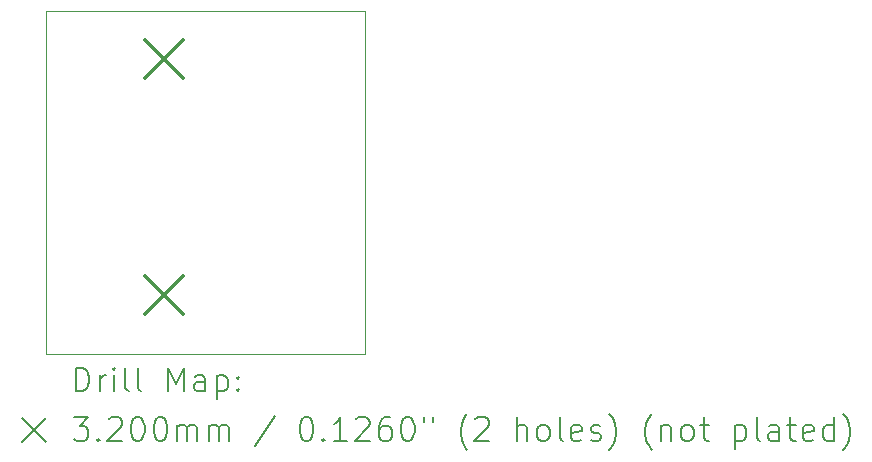
<source format=gbr>
%FSLAX45Y45*%
G04 Gerber Fmt 4.5, Leading zero omitted, Abs format (unit mm)*
G04 Created by KiCad (PCBNEW 6.0.2+dfsg-1) date 2022-11-27 01:25:38*
%MOMM*%
%LPD*%
G01*
G04 APERTURE LIST*
%TA.AperFunction,Profile*%
%ADD10C,0.100000*%
%TD*%
%ADD11C,0.200000*%
%ADD12C,0.320000*%
G04 APERTURE END LIST*
D10*
X13200000Y-6400000D02*
X15900000Y-6400000D01*
X15900000Y-6400000D02*
X15900000Y-9300000D01*
X15900000Y-9300000D02*
X13200000Y-9300000D01*
X13200000Y-9300000D02*
X13200000Y-6400000D01*
D11*
D12*
X14040000Y-6640000D02*
X14360000Y-6960000D01*
X14360000Y-6640000D02*
X14040000Y-6960000D01*
X14040000Y-8640000D02*
X14360000Y-8960000D01*
X14360000Y-8640000D02*
X14040000Y-8960000D01*
D11*
X13452619Y-9615476D02*
X13452619Y-9415476D01*
X13500238Y-9415476D01*
X13528809Y-9425000D01*
X13547857Y-9444048D01*
X13557381Y-9463095D01*
X13566905Y-9501190D01*
X13566905Y-9529762D01*
X13557381Y-9567857D01*
X13547857Y-9586905D01*
X13528809Y-9605952D01*
X13500238Y-9615476D01*
X13452619Y-9615476D01*
X13652619Y-9615476D02*
X13652619Y-9482143D01*
X13652619Y-9520238D02*
X13662143Y-9501190D01*
X13671667Y-9491667D01*
X13690714Y-9482143D01*
X13709762Y-9482143D01*
X13776428Y-9615476D02*
X13776428Y-9482143D01*
X13776428Y-9415476D02*
X13766905Y-9425000D01*
X13776428Y-9434524D01*
X13785952Y-9425000D01*
X13776428Y-9415476D01*
X13776428Y-9434524D01*
X13900238Y-9615476D02*
X13881190Y-9605952D01*
X13871667Y-9586905D01*
X13871667Y-9415476D01*
X14005000Y-9615476D02*
X13985952Y-9605952D01*
X13976428Y-9586905D01*
X13976428Y-9415476D01*
X14233571Y-9615476D02*
X14233571Y-9415476D01*
X14300238Y-9558333D01*
X14366905Y-9415476D01*
X14366905Y-9615476D01*
X14547857Y-9615476D02*
X14547857Y-9510714D01*
X14538333Y-9491667D01*
X14519286Y-9482143D01*
X14481190Y-9482143D01*
X14462143Y-9491667D01*
X14547857Y-9605952D02*
X14528809Y-9615476D01*
X14481190Y-9615476D01*
X14462143Y-9605952D01*
X14452619Y-9586905D01*
X14452619Y-9567857D01*
X14462143Y-9548810D01*
X14481190Y-9539286D01*
X14528809Y-9539286D01*
X14547857Y-9529762D01*
X14643095Y-9482143D02*
X14643095Y-9682143D01*
X14643095Y-9491667D02*
X14662143Y-9482143D01*
X14700238Y-9482143D01*
X14719286Y-9491667D01*
X14728809Y-9501190D01*
X14738333Y-9520238D01*
X14738333Y-9577381D01*
X14728809Y-9596429D01*
X14719286Y-9605952D01*
X14700238Y-9615476D01*
X14662143Y-9615476D01*
X14643095Y-9605952D01*
X14824048Y-9596429D02*
X14833571Y-9605952D01*
X14824048Y-9615476D01*
X14814524Y-9605952D01*
X14824048Y-9596429D01*
X14824048Y-9615476D01*
X14824048Y-9491667D02*
X14833571Y-9501190D01*
X14824048Y-9510714D01*
X14814524Y-9501190D01*
X14824048Y-9491667D01*
X14824048Y-9510714D01*
X12995000Y-9845000D02*
X13195000Y-10045000D01*
X13195000Y-9845000D02*
X12995000Y-10045000D01*
X13433571Y-9835476D02*
X13557381Y-9835476D01*
X13490714Y-9911667D01*
X13519286Y-9911667D01*
X13538333Y-9921190D01*
X13547857Y-9930714D01*
X13557381Y-9949762D01*
X13557381Y-9997381D01*
X13547857Y-10016429D01*
X13538333Y-10025952D01*
X13519286Y-10035476D01*
X13462143Y-10035476D01*
X13443095Y-10025952D01*
X13433571Y-10016429D01*
X13643095Y-10016429D02*
X13652619Y-10025952D01*
X13643095Y-10035476D01*
X13633571Y-10025952D01*
X13643095Y-10016429D01*
X13643095Y-10035476D01*
X13728809Y-9854524D02*
X13738333Y-9845000D01*
X13757381Y-9835476D01*
X13805000Y-9835476D01*
X13824048Y-9845000D01*
X13833571Y-9854524D01*
X13843095Y-9873571D01*
X13843095Y-9892619D01*
X13833571Y-9921190D01*
X13719286Y-10035476D01*
X13843095Y-10035476D01*
X13966905Y-9835476D02*
X13985952Y-9835476D01*
X14005000Y-9845000D01*
X14014524Y-9854524D01*
X14024048Y-9873571D01*
X14033571Y-9911667D01*
X14033571Y-9959286D01*
X14024048Y-9997381D01*
X14014524Y-10016429D01*
X14005000Y-10025952D01*
X13985952Y-10035476D01*
X13966905Y-10035476D01*
X13947857Y-10025952D01*
X13938333Y-10016429D01*
X13928809Y-9997381D01*
X13919286Y-9959286D01*
X13919286Y-9911667D01*
X13928809Y-9873571D01*
X13938333Y-9854524D01*
X13947857Y-9845000D01*
X13966905Y-9835476D01*
X14157381Y-9835476D02*
X14176428Y-9835476D01*
X14195476Y-9845000D01*
X14205000Y-9854524D01*
X14214524Y-9873571D01*
X14224048Y-9911667D01*
X14224048Y-9959286D01*
X14214524Y-9997381D01*
X14205000Y-10016429D01*
X14195476Y-10025952D01*
X14176428Y-10035476D01*
X14157381Y-10035476D01*
X14138333Y-10025952D01*
X14128809Y-10016429D01*
X14119286Y-9997381D01*
X14109762Y-9959286D01*
X14109762Y-9911667D01*
X14119286Y-9873571D01*
X14128809Y-9854524D01*
X14138333Y-9845000D01*
X14157381Y-9835476D01*
X14309762Y-10035476D02*
X14309762Y-9902143D01*
X14309762Y-9921190D02*
X14319286Y-9911667D01*
X14338333Y-9902143D01*
X14366905Y-9902143D01*
X14385952Y-9911667D01*
X14395476Y-9930714D01*
X14395476Y-10035476D01*
X14395476Y-9930714D02*
X14405000Y-9911667D01*
X14424048Y-9902143D01*
X14452619Y-9902143D01*
X14471667Y-9911667D01*
X14481190Y-9930714D01*
X14481190Y-10035476D01*
X14576428Y-10035476D02*
X14576428Y-9902143D01*
X14576428Y-9921190D02*
X14585952Y-9911667D01*
X14605000Y-9902143D01*
X14633571Y-9902143D01*
X14652619Y-9911667D01*
X14662143Y-9930714D01*
X14662143Y-10035476D01*
X14662143Y-9930714D02*
X14671667Y-9911667D01*
X14690714Y-9902143D01*
X14719286Y-9902143D01*
X14738333Y-9911667D01*
X14747857Y-9930714D01*
X14747857Y-10035476D01*
X15138333Y-9825952D02*
X14966905Y-10083095D01*
X15395476Y-9835476D02*
X15414524Y-9835476D01*
X15433571Y-9845000D01*
X15443095Y-9854524D01*
X15452619Y-9873571D01*
X15462143Y-9911667D01*
X15462143Y-9959286D01*
X15452619Y-9997381D01*
X15443095Y-10016429D01*
X15433571Y-10025952D01*
X15414524Y-10035476D01*
X15395476Y-10035476D01*
X15376428Y-10025952D01*
X15366905Y-10016429D01*
X15357381Y-9997381D01*
X15347857Y-9959286D01*
X15347857Y-9911667D01*
X15357381Y-9873571D01*
X15366905Y-9854524D01*
X15376428Y-9845000D01*
X15395476Y-9835476D01*
X15547857Y-10016429D02*
X15557381Y-10025952D01*
X15547857Y-10035476D01*
X15538333Y-10025952D01*
X15547857Y-10016429D01*
X15547857Y-10035476D01*
X15747857Y-10035476D02*
X15633571Y-10035476D01*
X15690714Y-10035476D02*
X15690714Y-9835476D01*
X15671667Y-9864048D01*
X15652619Y-9883095D01*
X15633571Y-9892619D01*
X15824048Y-9854524D02*
X15833571Y-9845000D01*
X15852619Y-9835476D01*
X15900238Y-9835476D01*
X15919286Y-9845000D01*
X15928809Y-9854524D01*
X15938333Y-9873571D01*
X15938333Y-9892619D01*
X15928809Y-9921190D01*
X15814524Y-10035476D01*
X15938333Y-10035476D01*
X16109762Y-9835476D02*
X16071667Y-9835476D01*
X16052619Y-9845000D01*
X16043095Y-9854524D01*
X16024048Y-9883095D01*
X16014524Y-9921190D01*
X16014524Y-9997381D01*
X16024048Y-10016429D01*
X16033571Y-10025952D01*
X16052619Y-10035476D01*
X16090714Y-10035476D01*
X16109762Y-10025952D01*
X16119286Y-10016429D01*
X16128809Y-9997381D01*
X16128809Y-9949762D01*
X16119286Y-9930714D01*
X16109762Y-9921190D01*
X16090714Y-9911667D01*
X16052619Y-9911667D01*
X16033571Y-9921190D01*
X16024048Y-9930714D01*
X16014524Y-9949762D01*
X16252619Y-9835476D02*
X16271667Y-9835476D01*
X16290714Y-9845000D01*
X16300238Y-9854524D01*
X16309762Y-9873571D01*
X16319286Y-9911667D01*
X16319286Y-9959286D01*
X16309762Y-9997381D01*
X16300238Y-10016429D01*
X16290714Y-10025952D01*
X16271667Y-10035476D01*
X16252619Y-10035476D01*
X16233571Y-10025952D01*
X16224048Y-10016429D01*
X16214524Y-9997381D01*
X16205000Y-9959286D01*
X16205000Y-9911667D01*
X16214524Y-9873571D01*
X16224048Y-9854524D01*
X16233571Y-9845000D01*
X16252619Y-9835476D01*
X16395476Y-9835476D02*
X16395476Y-9873571D01*
X16471667Y-9835476D02*
X16471667Y-9873571D01*
X16766905Y-10111667D02*
X16757381Y-10102143D01*
X16738333Y-10073571D01*
X16728809Y-10054524D01*
X16719286Y-10025952D01*
X16709762Y-9978333D01*
X16709762Y-9940238D01*
X16719286Y-9892619D01*
X16728809Y-9864048D01*
X16738333Y-9845000D01*
X16757381Y-9816429D01*
X16766905Y-9806905D01*
X16833571Y-9854524D02*
X16843095Y-9845000D01*
X16862143Y-9835476D01*
X16909762Y-9835476D01*
X16928810Y-9845000D01*
X16938333Y-9854524D01*
X16947857Y-9873571D01*
X16947857Y-9892619D01*
X16938333Y-9921190D01*
X16824048Y-10035476D01*
X16947857Y-10035476D01*
X17185952Y-10035476D02*
X17185952Y-9835476D01*
X17271667Y-10035476D02*
X17271667Y-9930714D01*
X17262143Y-9911667D01*
X17243095Y-9902143D01*
X17214524Y-9902143D01*
X17195476Y-9911667D01*
X17185952Y-9921190D01*
X17395476Y-10035476D02*
X17376429Y-10025952D01*
X17366905Y-10016429D01*
X17357381Y-9997381D01*
X17357381Y-9940238D01*
X17366905Y-9921190D01*
X17376429Y-9911667D01*
X17395476Y-9902143D01*
X17424048Y-9902143D01*
X17443095Y-9911667D01*
X17452619Y-9921190D01*
X17462143Y-9940238D01*
X17462143Y-9997381D01*
X17452619Y-10016429D01*
X17443095Y-10025952D01*
X17424048Y-10035476D01*
X17395476Y-10035476D01*
X17576429Y-10035476D02*
X17557381Y-10025952D01*
X17547857Y-10006905D01*
X17547857Y-9835476D01*
X17728810Y-10025952D02*
X17709762Y-10035476D01*
X17671667Y-10035476D01*
X17652619Y-10025952D01*
X17643095Y-10006905D01*
X17643095Y-9930714D01*
X17652619Y-9911667D01*
X17671667Y-9902143D01*
X17709762Y-9902143D01*
X17728810Y-9911667D01*
X17738333Y-9930714D01*
X17738333Y-9949762D01*
X17643095Y-9968810D01*
X17814524Y-10025952D02*
X17833571Y-10035476D01*
X17871667Y-10035476D01*
X17890714Y-10025952D01*
X17900238Y-10006905D01*
X17900238Y-9997381D01*
X17890714Y-9978333D01*
X17871667Y-9968810D01*
X17843095Y-9968810D01*
X17824048Y-9959286D01*
X17814524Y-9940238D01*
X17814524Y-9930714D01*
X17824048Y-9911667D01*
X17843095Y-9902143D01*
X17871667Y-9902143D01*
X17890714Y-9911667D01*
X17966905Y-10111667D02*
X17976429Y-10102143D01*
X17995476Y-10073571D01*
X18005000Y-10054524D01*
X18014524Y-10025952D01*
X18024048Y-9978333D01*
X18024048Y-9940238D01*
X18014524Y-9892619D01*
X18005000Y-9864048D01*
X17995476Y-9845000D01*
X17976429Y-9816429D01*
X17966905Y-9806905D01*
X18328810Y-10111667D02*
X18319286Y-10102143D01*
X18300238Y-10073571D01*
X18290714Y-10054524D01*
X18281190Y-10025952D01*
X18271667Y-9978333D01*
X18271667Y-9940238D01*
X18281190Y-9892619D01*
X18290714Y-9864048D01*
X18300238Y-9845000D01*
X18319286Y-9816429D01*
X18328810Y-9806905D01*
X18405000Y-9902143D02*
X18405000Y-10035476D01*
X18405000Y-9921190D02*
X18414524Y-9911667D01*
X18433571Y-9902143D01*
X18462143Y-9902143D01*
X18481190Y-9911667D01*
X18490714Y-9930714D01*
X18490714Y-10035476D01*
X18614524Y-10035476D02*
X18595476Y-10025952D01*
X18585952Y-10016429D01*
X18576429Y-9997381D01*
X18576429Y-9940238D01*
X18585952Y-9921190D01*
X18595476Y-9911667D01*
X18614524Y-9902143D01*
X18643095Y-9902143D01*
X18662143Y-9911667D01*
X18671667Y-9921190D01*
X18681190Y-9940238D01*
X18681190Y-9997381D01*
X18671667Y-10016429D01*
X18662143Y-10025952D01*
X18643095Y-10035476D01*
X18614524Y-10035476D01*
X18738333Y-9902143D02*
X18814524Y-9902143D01*
X18766905Y-9835476D02*
X18766905Y-10006905D01*
X18776429Y-10025952D01*
X18795476Y-10035476D01*
X18814524Y-10035476D01*
X19033571Y-9902143D02*
X19033571Y-10102143D01*
X19033571Y-9911667D02*
X19052619Y-9902143D01*
X19090714Y-9902143D01*
X19109762Y-9911667D01*
X19119286Y-9921190D01*
X19128810Y-9940238D01*
X19128810Y-9997381D01*
X19119286Y-10016429D01*
X19109762Y-10025952D01*
X19090714Y-10035476D01*
X19052619Y-10035476D01*
X19033571Y-10025952D01*
X19243095Y-10035476D02*
X19224048Y-10025952D01*
X19214524Y-10006905D01*
X19214524Y-9835476D01*
X19405000Y-10035476D02*
X19405000Y-9930714D01*
X19395476Y-9911667D01*
X19376429Y-9902143D01*
X19338333Y-9902143D01*
X19319286Y-9911667D01*
X19405000Y-10025952D02*
X19385952Y-10035476D01*
X19338333Y-10035476D01*
X19319286Y-10025952D01*
X19309762Y-10006905D01*
X19309762Y-9987857D01*
X19319286Y-9968810D01*
X19338333Y-9959286D01*
X19385952Y-9959286D01*
X19405000Y-9949762D01*
X19471667Y-9902143D02*
X19547857Y-9902143D01*
X19500238Y-9835476D02*
X19500238Y-10006905D01*
X19509762Y-10025952D01*
X19528810Y-10035476D01*
X19547857Y-10035476D01*
X19690714Y-10025952D02*
X19671667Y-10035476D01*
X19633571Y-10035476D01*
X19614524Y-10025952D01*
X19605000Y-10006905D01*
X19605000Y-9930714D01*
X19614524Y-9911667D01*
X19633571Y-9902143D01*
X19671667Y-9902143D01*
X19690714Y-9911667D01*
X19700238Y-9930714D01*
X19700238Y-9949762D01*
X19605000Y-9968810D01*
X19871667Y-10035476D02*
X19871667Y-9835476D01*
X19871667Y-10025952D02*
X19852619Y-10035476D01*
X19814524Y-10035476D01*
X19795476Y-10025952D01*
X19785952Y-10016429D01*
X19776429Y-9997381D01*
X19776429Y-9940238D01*
X19785952Y-9921190D01*
X19795476Y-9911667D01*
X19814524Y-9902143D01*
X19852619Y-9902143D01*
X19871667Y-9911667D01*
X19947857Y-10111667D02*
X19957381Y-10102143D01*
X19976429Y-10073571D01*
X19985952Y-10054524D01*
X19995476Y-10025952D01*
X20005000Y-9978333D01*
X20005000Y-9940238D01*
X19995476Y-9892619D01*
X19985952Y-9864048D01*
X19976429Y-9845000D01*
X19957381Y-9816429D01*
X19947857Y-9806905D01*
M02*

</source>
